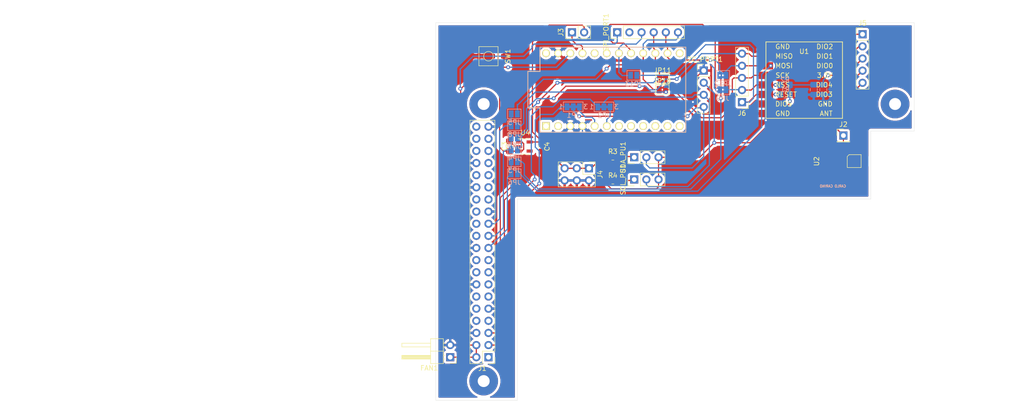
<source format=kicad_pcb>
(kicad_pcb (version 20171130) (host pcbnew "(5.1.10)-1")
  (layers (0 F.Cu signal) (31 B.Cu signal) (34 B.Paste user) (35 F.Paste user) (36 B.SilkS user) (37 F.SilkS user) (38 B.Mask user) (39 F.Mask user) (44 Edge.Cuts user))
  (net 0 "")
  (net 1 GND)
  (net 2 3.3V)
  (net 3 5V)
  (net 4 "Net-(H1-Pad1)")
  (net 5 "Net-(H2-Pad1)")
  (net 6 "Net-(H3-Pad1)")
  (net 7 /SDA)
  (net 8 /SCL)
  (net 9 /GPIO21)
  (net 10 /GPIO20)
  (net 11 /GPIO26)
  (net 12 /GPIO16)
  (net 13 /GPIO19)
  (net 14 /GPIO13)
  (net 15 /GPIO12)
  (net 16 /GPIO6)
  (net 17 /GPIO5)
  (net 18 /GPIO1)
  (net 19 /GPIO0)
  (net 20 /GPIO7)
  (net 21 /GPIO8)
  (net 22 /PI_SCK)
  (net 23 /GPIO25)
  (net 24 /PI_MISO)
  (net 25 /PI_MOSI)
  (net 26 /GPIO24)
  (net 27 /PI_3.3V)
  (net 28 /GPIO23)
  (net 29 /GPIO22)
  (net 30 /GPIO27)
  (net 31 /GPIO18)
  (net 32 /GPIO17)
  (net 33 /GPIO15)
  (net 34 /GPIO14)
  (net 35 /GPIO4)
  (net 36 /PI_SCL)
  (net 37 /PI_SDA)
  (net 38 "Net-(J2-Pad1)")
  (net 39 /MCU_3.3V)
  (net 40 /DIO3)
  (net 41 /DIO4)
  (net 42 /DIO0)
  (net 43 /DIO1)
  (net 44 /DIO2)
  (net 45 /RFM_MISO)
  (net 46 /RFM_MOSI)
  (net 47 /RFM_SCK)
  (net 48 /RFM_CS)
  (net 49 /RFM_RST)
  (net 50 /MCU_SDA)
  (net 51 /MCU_SCL)
  (net 52 /MCU_MOSI)
  (net 53 /MCU_MISO)
  (net 54 /MCU_SCK)
  (net 55 /MCU_CS)
  (net 56 /OPT_RST)
  (net 57 "Net-(R3-Pad2)")
  (net 58 "Net-(R4-Pad2)")
  (net 59 /SPI_PORT_RST)
  (net 60 "Net-(SW1-Pad1)")
  (net 61 /DIO5)
  (net 62 "Net-(U3-Pad24)")
  (net 63 "Net-(U3-Pad20)")
  (net 64 "Net-(U3-Pad19)")
  (net 65 "Net-(U3-Pad13)")
  (net 66 "Net-(U3-Pad12)")
  (net 67 "Net-(U3-Pad11)")
  (net 68 "Net-(U3-Pad10)")
  (net 69 "Net-(U3-Pad9)")
  (net 70 "Net-(U3-Pad8)")
  (net 71 "Net-(U3-Pad7)")
  (net 72 "Net-(U3-Pad2)")
  (net 73 "Net-(U3-Pad1)")
  (net 74 "Net-(U4-Pad4)")
  (module solderjumper:SolderJumper-3_P1.3mm_Bridged12_Pad1.0x1.5mm_NumberLabels (layer B.Cu) (at 125.14 77.6)
    (fp_text reference JP2 (at 0 1.8) (layer B.SilkS) (effects (justify mirror)))
    (fp_text value SolderJumper_3_Bridged123)
    (fp_poly (pts (xy 0.4 0.3) (xy 0.9 0.3) (xy 0.9 -0.3) (xy 0.4 -0.3)) (layer B.Cu) (width 0))
    (fp_poly (pts (xy -0.9 0.3) (xy -0.4 0.3) (xy -0.4 -0.3) (xy -0.9 -0.3)) (layer B.Cu) (width 0))
    (fp_text user 3 (at 2.6 0) (layer B.SilkS) (effects (justify mirror)))
    (fp_text user 1 (at -2.6 0) (layer B.SilkS) (effects (justify mirror)))
    (pad 1 smd rect (at -1.3 0) (size 1 1.5) (layers B.Cu B.Mask) (net 36 /PI_SCL))
    (pad 3 smd rect (at 1.3 0) (size 1 1.5) (layers B.Cu B.Mask) (net 51 /MCU_SCL))
    (pad 2 smd rect (at 0 0) (size 1 1.5) (layers B.Cu B.Mask) (net 8 /SCL))
  )
  (module solderjumper:SolderJumper-3_P1.3mm_Bridged12_Pad1.0x1.5mm_NumberLabels (layer B.Cu) (at 118.72 77.58)
    (fp_text reference JP1 (at 0 1.8) (layer B.SilkS) (effects (justify mirror)))
    (fp_text value SolderJumper_3_Bridged123)
    (fp_poly (pts (xy 0.4 0.3) (xy 0.9 0.3) (xy 0.9 -0.3) (xy 0.4 -0.3)) (layer B.Cu) (width 0))
    (fp_poly (pts (xy -0.9 0.3) (xy -0.4 0.3) (xy -0.4 -0.3) (xy -0.9 -0.3)) (layer B.Cu) (width 0))
    (fp_text user 3 (at 2.6 0) (layer B.SilkS) (effects (justify mirror)))
    (fp_text user 1 (at -2.6 0) (layer B.SilkS) (effects (justify mirror)))
    (pad 1 smd rect (at -1.3 0) (size 1 1.5) (layers B.Cu B.Mask) (net 37 /PI_SDA))
    (pad 3 smd rect (at 1.3 0) (size 1 1.5) (layers B.Cu B.Mask) (net 50 /MCU_SDA))
    (pad 2 smd rect (at 0 0) (size 1 1.5) (layers B.Cu B.Mask) (net 7 /SDA))
  )
  (module button:smd_tact_switch (layer F.Cu) (at 101 67 270)
    (fp_text reference SW1 (at 0 -4.05 90) (layer F.SilkS))
    (fp_text value SW_Push)
    (pad 1 smd rect (at 2 -2 270) (size 2 1.524) (layers F.Cu F.Paste F.Mask) (net 60 "Net-(SW1-Pad1)"))
    (pad 2 smd rect (at 2 2 270) (size 2 1.524) (layers F.Cu F.Paste F.Mask) (net 1 GND))
    (pad 2 smd rect (at -2 2 270) (size 2 1.524) (layers F.Cu F.Paste F.Mask) (net 1 GND))
    (pad 1 smd rect (at -2 -2 270) (size 2 1.524) (layers F.Cu F.Paste F.Mask) (net 60 "Net-(SW1-Pad1)"))
  )
  (module HopeRF:RFM95-Headers (layer F.Cu) (at 167 65)
    (fp_text reference U1 (at 0 1) (layer F.SilkS))
    (fp_text value RFM95)
    (fp_text user GND (at 4.4 12) (layer F.SilkS))
    (fp_text user DIO3 (at 4.2 10) (layer F.SilkS))
    (fp_text user DIO4 (at 4.2 8) (layer F.SilkS))
    (fp_text user 3.3V (at 4.3 6) (layer F.SilkS))
    (fp_text user DIO0 (at 4.3 4) (layer F.SilkS))
    (fp_text user DIO1 (at 4.3 2) (layer F.SilkS))
    (fp_text user DIO2 (at 4.3 0) (layer F.SilkS))
    (fp_text user GND (at -4.5 14) (layer F.SilkS))
    (fp_text user DIO5 (at -4.3 12) (layer F.SilkS))
    (fp_text user RESET (at -3.8 10) (layer F.SilkS))
    (fp_text user NSS (at -4.5 8) (layer F.SilkS))
    (fp_text user SCK (at -4.5 6) (layer F.SilkS))
    (fp_text user MOSI (at -4.2 4) (layer F.SilkS))
    (fp_text user MISO (at -4.2 2) (layer F.SilkS))
    (fp_text user ANT (at 4.6 14) (layer F.SilkS))
    (fp_text user GND (at -4.5 0) (layer F.SilkS))
    (pad 9 smd rect (at 7 14) (size 3 1.524) (drill (offset 1 0)) (layers F.Cu F.Paste F.Mask) (net 38 "Net-(J2-Pad1)"))
    (pad 10 smd rect (at 7 12) (size 3 1.524) (drill (offset 1 0)) (layers F.Cu F.Paste F.Mask) (net 1 GND))
    (pad 11 smd rect (at 7 10) (size 3 1.524) (drill (offset 1 0)) (layers F.Cu F.Paste F.Mask) (net 40 /DIO3))
    (pad 12 smd rect (at 7 8) (size 3 1.524) (drill (offset 1 0)) (layers F.Cu F.Paste F.Mask) (net 41 /DIO4))
    (pad 13 smd rect (at 7 6) (size 3 1.524) (drill (offset 1 0)) (layers F.Cu F.Paste F.Mask) (net 2 3.3V))
    (pad 14 smd rect (at 7 4) (size 3 1.524) (drill (offset 1 0)) (layers F.Cu F.Paste F.Mask) (net 42 /DIO0))
    (pad 15 smd rect (at 7 2) (size 3 1.524) (drill (offset 1 0)) (layers F.Cu F.Paste F.Mask) (net 43 /DIO1))
    (pad 16 smd rect (at 7 0) (size 3 1.524) (drill (offset 1 0)) (layers F.Cu F.Paste F.Mask) (net 44 /DIO2))
    (pad 8 smd rect (at -7 14 180) (size 3 1.524) (drill (offset 1 0)) (layers F.Cu F.Paste F.Mask) (net 1 GND))
    (pad 7 smd rect (at -7 12 180) (size 3 1.524) (drill (offset 1 0)) (layers F.Cu F.Paste F.Mask) (net 61 /DIO5))
    (pad 6 connect rect (at -7 10 180) (size 3 1.524) (drill (offset 1 0)) (layers F.Cu F.Mask) (net 49 /RFM_RST))
    (pad 5 smd rect (at -7 8 180) (size 3 1.524) (drill (offset 1 0)) (layers F.Cu F.Paste F.Mask) (net 48 /RFM_CS))
    (pad 4 smd rect (at -7 6 180) (size 3 1.524) (drill (offset 1 0)) (layers F.Cu F.Paste F.Mask) (net 47 /RFM_SCK))
    (pad 3 smd rect (at -7 4 180) (size 3 1.524) (drill (offset 1 0)) (layers F.Cu F.Paste F.Mask) (net 46 /RFM_MOSI))
    (pad 2 smd rect (at -7 2 180) (size 3 1.524) (drill (offset 1 0)) (layers F.Cu F.Paste F.Mask) (net 45 /RFM_MISO))
    (pad 1 smd rect (at -7 0 180) (size 3 1.524) (drill (offset 1 0)) (layers F.Cu F.Paste F.Mask) (net 1 GND))
  )
  (module promicro_library:ProMicro (layer F.Cu) (at 127 74)
    (fp_text reference U3 hide)
    (fp_text value ProMicro)
    (pad 24 thru_hole circle (at -13.97 -7.62) (size 1.6 1.6) (drill 1.1) (layers *.Cu *.Mask F.SilkS) (net 62 "Net-(U3-Pad24)"))
    (pad 23 thru_hole circle (at -11.43 -7.62) (size 1.6 1.6) (drill 1.1) (layers *.Cu *.Mask F.SilkS) (net 1 GND))
    (pad 22 thru_hole circle (at -8.89 -7.62) (size 1.6 1.6) (drill 1.1) (layers *.Cu *.Mask F.SilkS) (net 60 "Net-(SW1-Pad1)"))
    (pad 21 thru_hole circle (at -6.35 -7.62) (size 1.6 1.6) (drill 1.1) (layers *.Cu *.Mask F.SilkS) (net 39 /MCU_3.3V))
    (pad 20 thru_hole circle (at -3.81 -7.62) (size 1.6 1.6) (drill 1.1) (layers *.Cu *.Mask F.SilkS) (net 63 "Net-(U3-Pad20)"))
    (pad 19 thru_hole circle (at -1.27 -7.62) (size 1.6 1.6) (drill 1.1) (layers *.Cu *.Mask F.SilkS) (net 64 "Net-(U3-Pad19)"))
    (pad 18 thru_hole circle (at 1.27 -7.62) (size 1.6 1.6) (drill 1.1) (layers *.Cu *.Mask F.SilkS) (net 56 /OPT_RST))
    (pad 17 thru_hole circle (at 3.81 -7.62) (size 1.6 1.6) (drill 1.1) (layers *.Cu *.Mask F.SilkS) (net 55 /MCU_CS))
    (pad 16 thru_hole circle (at 6.35 -7.62) (size 1.6 1.6) (drill 1.1) (layers *.Cu *.Mask F.SilkS) (net 54 /MCU_SCK))
    (pad 15 thru_hole circle (at 8.89 -7.62) (size 1.6 1.6) (drill 1.1) (layers *.Cu *.Mask F.SilkS) (net 53 /MCU_MISO))
    (pad 14 thru_hole circle (at 11.43 -7.62) (size 1.6 1.6) (drill 1.1) (layers *.Cu *.Mask F.SilkS) (net 52 /MCU_MOSI))
    (pad 13 thru_hole circle (at 13.97 -7.62) (size 1.6 1.6) (drill 1.1) (layers *.Cu *.Mask F.SilkS) (net 65 "Net-(U3-Pad13)"))
    (pad 12 thru_hole circle (at 13.97 7.62) (size 1.6 1.6) (drill 1.1) (layers *.Cu *.Mask F.SilkS) (net 66 "Net-(U3-Pad12)"))
    (pad 11 thru_hole circle (at 11.43 7.62) (size 1.6 1.6) (drill 1.1) (layers *.Cu *.Mask F.SilkS) (net 67 "Net-(U3-Pad11)"))
    (pad 10 thru_hole circle (at 8.89 7.62) (size 1.6 1.6) (drill 1.1) (layers *.Cu *.Mask F.SilkS) (net 68 "Net-(U3-Pad10)"))
    (pad 9 thru_hole circle (at 6.35 7.62) (size 1.6 1.6) (drill 1.1) (layers *.Cu *.Mask F.SilkS) (net 69 "Net-(U3-Pad9)"))
    (pad 8 thru_hole circle (at 3.81 7.62) (size 1.6 1.6) (drill 1.1) (layers *.Cu *.Mask F.SilkS) (net 70 "Net-(U3-Pad8)"))
    (pad 7 thru_hole circle (at 1.27 7.62) (size 1.6 1.6) (drill 1.1) (layers *.Cu *.Mask F.SilkS) (net 71 "Net-(U3-Pad7)"))
    (pad 6 thru_hole circle (at -1.27 7.62) (size 1.6 1.6) (drill 1.1) (layers *.Cu *.Mask F.SilkS) (net 51 /MCU_SCL))
    (pad 5 thru_hole circle (at -3.81 7.62) (size 1.6 1.6) (drill 1.1) (layers *.Cu *.Mask F.SilkS) (net 50 /MCU_SDA))
    (pad 4 thru_hole circle (at -6.35 7.62) (size 1.6 1.6) (drill 1.1) (layers *.Cu *.Mask F.SilkS) (net 1 GND))
    (pad 3 thru_hole circle (at -8.89 7.62) (size 1.6 1.6) (drill 1.1) (layers *.Cu *.Mask F.SilkS) (net 1 GND))
    (pad 2 thru_hole circle (at -11.43 7.62) (size 1.6 1.6) (drill 1.1) (layers *.Cu *.Mask F.SilkS) (net 72 "Net-(U3-Pad2)"))
    (pad 1 thru_hole rect (at -13.97 7.62) (size 1.6 1.6) (drill 1.1) (layers *.Cu *.Mask F.SilkS) (net 73 "Net-(U3-Pad1)"))
  )
  (module Capacitor_SMD:C_0805_2012Metric_Pad1.18x1.45mm_HandSolder (layer F.Cu) (at 112.2 85.9 270)
    (fp_text reference C4 (at 0 -1.05 90) (layer F.SilkS))
    (fp_text value 10u)
    (pad 2 smd roundrect (at 1.0375 0 270) (size 1.175 1.45) (layers F.Cu F.Paste F.Mask) (roundrect_rratio 0.2127659574468085) (net 1 GND))
    (pad 1 smd roundrect (at -1.0375 0 270) (size 1.175 1.45) (layers F.Cu F.Paste F.Mask) (roundrect_rratio 0.2127659574468085) (net 2 3.3V))
  )
  (module Capacitor_SMD:C_0805_2012Metric_Pad1.18x1.45mm_HandSolder (layer F.Cu) (at 105.4 85.8375 90)
    (fp_text reference C3 (at 0 -1.05 90) (layer F.SilkS))
    (fp_text value 10u)
    (pad 2 smd roundrect (at 1.0375 0 90) (size 1.175 1.45) (layers F.Cu F.Paste F.Mask) (roundrect_rratio 0.2127659574468085) (net 1 GND))
    (pad 1 smd roundrect (at -1.0375 0 90) (size 1.175 1.45) (layers F.Cu F.Paste F.Mask) (roundrect_rratio 0.2127659574468085) (net 3 5V))
  )
  (module Capacitor_SMD:C_0805_2012Metric_Pad1.18x1.45mm_HandSolder (layer B.Cu) (at 169 74 270)
    (fp_text reference C2 hide)
    (fp_text value 0.1u)
    (pad 2 smd roundrect (at 1.0375 0 270) (size 1.175 1.45) (layers B.Cu B.Paste B.Mask) (roundrect_rratio 0.2127659574468085) (net 1 GND))
    (pad 1 smd roundrect (at -1.0375 0 270) (size 1.175 1.45) (layers B.Cu B.Paste B.Mask) (roundrect_rratio 0.2127659574468085) (net 2 3.3V))
  )
  (module Capacitor_SMD:C_0805_2012Metric_Pad1.18x1.45mm_HandSolder (layer B.Cu) (at 171 74 270)
    (fp_text reference C1 hide)
    (fp_text value 10u)
    (pad 2 smd roundrect (at 1.0375 0 270) (size 1.175 1.45) (layers B.Cu B.Paste B.Mask) (roundrect_rratio 0.2127659574468085) (net 1 GND))
    (pad 1 smd roundrect (at -1.0375 0 270) (size 1.175 1.45) (layers B.Cu B.Paste B.Mask) (roundrect_rratio 0.2127659574468085) (net 2 3.3V))
  )
  (module Resistor_SMD:R_0805_2012Metric_Pad1.20x1.40mm_HandSolder (layer B.Cu) (at 163 75 180)
    (fp_text reference R1 (at 0 1.05) (layer B.SilkS) (effects (justify mirror)))
    (fp_text value 10k)
    (pad 2 smd roundrect (at 1 0 180) (size 1.2 1.4) (layers B.Cu B.Paste B.Mask) (roundrect_rratio 0.2083325) (net 49 /RFM_RST))
    (pad 1 smd roundrect (at -1 0 180) (size 1.2 1.4) (layers B.Cu B.Paste B.Mask) (roundrect_rratio 0.2083325) (net 2 3.3V))
  )
  (module Resistor_SMD:R_0805_2012Metric_Pad1.20x1.40mm_HandSolder (layer B.Cu) (at 163 73 180)
    (fp_text reference R2 (at 0 1.05) (layer B.SilkS) (effects (justify mirror)))
    (fp_text value 10k)
    (pad 2 smd roundrect (at 1 0 180) (size 1.2 1.4) (layers B.Cu B.Paste B.Mask) (roundrect_rratio 0.2083325) (net 48 /RFM_CS))
    (pad 1 smd roundrect (at -1 0 180) (size 1.2 1.4) (layers B.Cu B.Paste B.Mask) (roundrect_rratio 0.2083325) (net 2 3.3V))
  )
  (module Resistor_SMD:R_0805_2012Metric_Pad1.20x1.40mm_HandSolder (layer F.Cu) (at 127 88)
    (fp_text reference R3 (at 0 -1.05) (layer F.SilkS))
    (fp_text value 4.7k)
    (pad 2 smd roundrect (at 1 0) (size 1.2 1.4) (layers F.Cu F.Paste F.Mask) (roundrect_rratio 0.2083325) (net 57 "Net-(R3-Pad2)"))
    (pad 1 smd roundrect (at -1 0) (size 1.2 1.4) (layers F.Cu F.Paste F.Mask) (roundrect_rratio 0.2083325) (net 2 3.3V))
  )
  (module Resistor_SMD:R_0805_2012Metric_Pad1.20x1.40mm_HandSolder (layer F.Cu) (at 127 93)
    (fp_text reference R4 (at 0 -1.05) (layer F.SilkS))
    (fp_text value 4.7k)
    (pad 2 smd roundrect (at 1 0) (size 1.2 1.4) (layers F.Cu F.Paste F.Mask) (roundrect_rratio 0.2083325) (net 58 "Net-(R4-Pad2)"))
    (pad 1 smd roundrect (at -1 0) (size 1.2 1.4) (layers F.Cu F.Paste F.Mask) (roundrect_rratio 0.2083325) (net 2 3.3V))
  )
  (module mounting:jetson_nano_mounting (layer F.Cu) (at 205.724999 133.394999)
    (fp_text reference H3 hide)
    (fp_text value MountingHole_Pad)
    (pad 1 thru_hole circle (at -19.724999 -56.394999) (size 6 6) (drill 2.5) (layers *.Cu *.Mask) (net 6 "Net-(H3-Pad1)"))
  )
  (module Package_TO_SOT_SMD:SOT-23-5 (layer F.Cu) (at 108.7 85.9)
    (fp_text reference U4 (at 0 -2.9) (layer F.SilkS))
    (fp_text value AP2112K-3.3)
    (pad 5 smd rect (at 0.9 -0.95) (size 1.26 0.65) (layers F.Cu F.Paste F.Mask) (net 2 3.3V))
    (pad 4 smd rect (at 0.9 0.95) (size 1.26 0.65) (layers F.Cu F.Paste F.Mask) (net 74 "Net-(U4-Pad4)"))
    (pad 3 smd rect (at -1.3 0.95) (size 1.26 0.65) (layers F.Cu F.Paste F.Mask) (net 3 5V))
    (pad 2 smd rect (at -1.3 0) (size 1.26 0.65) (layers F.Cu F.Paste F.Mask) (net 1 GND))
    (pad 1 smd rect (at -1.3 -0.95) (size 1.26 0.65) (layers F.Cu F.Paste F.Mask) (net 3 5V))
  )
  (module antenna:uFLSMA (layer F.Cu) (at 177.6 89 90)
    (fp_text reference U2 (at 0 -8 90) (layer F.SilkS))
    (fp_text value uFL-SMA)
    (pad 4 smd rect (at -1.2 0 90) (size 1.55 2.2) (drill (offset -0.525 0)) (layers F.Cu F.Paste F.Mask) (net 1 GND))
    (pad 3 smd rect (at 0 1.35 90) (size 1 1.5) (drill (offset 0 0.5)) (layers F.Cu F.Paste F.Mask) (net 1 GND))
    (pad 2 smd rect (at 1.2 0 90) (size 1.55 2.2) (drill (offset 0.525 0)) (layers F.Cu F.Paste F.Mask) (net 1 GND))
    (pad 1 smd rect (at 0 -1 90) (size 1 1.5) (drill (offset 0 -0.75)) (layers F.Cu F.Paste F.Mask) (net 38 "Net-(J2-Pad1)"))
  )
  (module Connector_PinHeader_2.54mm:PinHeader_1x06_P2.54mm_Vertical (layer F.Cu) (at 127.92 62 90)
    (fp_text reference SPI_PORT1 (at 0 -2.33 90) (layer F.SilkS))
    (fp_text value Conn_01x06_Male)
    (pad 6 thru_hole oval (at 0 12.7 90) (size 1.7 1.7) (drill 1) (layers *.Cu *.Mask) (net 54 /MCU_SCK))
    (pad 5 thru_hole oval (at 0 10.16 90) (size 1.7 1.7) (drill 1) (layers *.Cu *.Mask) (net 52 /MCU_MOSI))
    (pad 4 thru_hole oval (at 0 7.62 90) (size 1.7 1.7) (drill 1) (layers *.Cu *.Mask) (net 53 /MCU_MISO))
    (pad 3 thru_hole oval (at 0 5.08 90) (size 1.7 1.7) (drill 1) (layers *.Cu *.Mask) (net 56 /OPT_RST))
    (pad 2 thru_hole oval (at 0 2.54 90) (size 1.7 1.7) (drill 1) (layers *.Cu *.Mask) (net 59 /SPI_PORT_RST))
    (pad 1 thru_hole rect (at 0 0 90) (size 1.7 1.7) (drill 1) (layers *.Cu *.Mask) (net 3 5V))
  )
  (module Connector_PinHeader_2.54mm:PinHeader_1x03_P2.54mm_Vertical (layer F.Cu) (at 131.47 88.15 90)
    (fp_text reference SDA_PU1 (at 0 -2.33 90) (layer F.SilkS))
    (fp_text value Conn_01x03_Male)
    (pad 3 thru_hole oval (at 0 5.08 90) (size 1.7 1.7) (drill 1) (layers *.Cu *.Mask) (net 2 3.3V))
    (pad 2 thru_hole oval (at 0 2.54 90) (size 1.7 1.7) (drill 1) (layers *.Cu *.Mask) (net 7 /SDA))
    (pad 1 thru_hole rect (at 0 0 90) (size 1.7 1.7) (drill 1) (layers *.Cu *.Mask) (net 57 "Net-(R3-Pad2)"))
  )
  (module Connector_PinHeader_2.54mm:PinHeader_1x03_P2.54mm_Vertical (layer F.Cu) (at 131.47 92.8 90)
    (fp_text reference SCL_PU1 (at 0 -2.33 90) (layer F.SilkS))
    (fp_text value Conn_01x03_Male)
    (pad 3 thru_hole oval (at 0 5.08 90) (size 1.7 1.7) (drill 1) (layers *.Cu *.Mask) (net 2 3.3V))
    (pad 2 thru_hole oval (at 0 2.54 90) (size 1.7 1.7) (drill 1) (layers *.Cu *.Mask) (net 8 /SCL))
    (pad 1 thru_hole rect (at 0 0 90) (size 1.7 1.7) (drill 1) (layers *.Cu *.Mask) (net 58 "Net-(R4-Pad2)"))
  )
  (module Jumper:SolderJumper-2_P1.3mm_Open_Pad1.0x1.5mm (layer B.Cu) (at 131.35 71)
    (fp_text reference JP13 (at 0 1.8) (layer B.SilkS) (effects (justify mirror)))
    (fp_text value SolderJumper_2_Open)
    (pad 1 smd rect (at -0.65 0) (size 1 1.5) (layers B.Cu B.Mask) (net 56 /OPT_RST))
    (pad 2 smd rect (at 0.65 0) (size 1 1.5) (layers B.Cu B.Mask) (net 49 /RFM_RST))
  )
  (module Jumper:SolderJumper-2_P1.3mm_Bridged2Bar_Pad1.0x1.5mm (layer B.Cu) (at 150 71)
    (fp_text reference JP12 (at 0 1.8) (layer B.SilkS) (effects (justify mirror)))
    (fp_text value SolderJumper_2_Bridged)
    (fp_poly (pts (xy -0.25 -0.2) (xy 0.25 -0.2) (xy 0.25 -0.6) (xy -0.25 -0.6)) (layer B.Cu) (width 0))
    (fp_poly (pts (xy -0.25 0.6) (xy 0.25 0.6) (xy 0.25 0.2) (xy -0.25 0.2)) (layer B.Cu) (width 0))
    (pad 2 smd rect (at 0.65 0) (size 1 1.5) (layers B.Cu B.Mask) (net 46 /RFM_MOSI))
    (pad 1 smd rect (at -0.65 0) (size 1 1.5) (layers B.Cu B.Mask) (net 52 /MCU_MOSI))
  )
  (module Jumper:SolderJumper-2_P1.3mm_Bridged2Bar_Pad1.0x1.5mm (layer F.Cu) (at 137.4 71.77)
    (fp_text reference JP11 (at 0 -1.8) (layer F.SilkS))
    (fp_text value SolderJumper_2_Bridged)
    (fp_poly (pts (xy -0.25 0.2) (xy 0.25 0.2) (xy 0.25 0.6) (xy -0.25 0.6)) (layer F.Cu) (width 0))
    (fp_poly (pts (xy -0.25 -0.6) (xy 0.25 -0.6) (xy 0.25 -0.2) (xy -0.25 -0.2)) (layer F.Cu) (width 0))
    (pad 2 smd rect (at 0.65 0) (size 1 1.5) (layers F.Cu F.Mask) (net 45 /RFM_MISO))
    (pad 1 smd rect (at -0.65 0) (size 1 1.5) (layers F.Cu F.Mask) (net 53 /MCU_MISO))
  )
  (module Jumper:SolderJumper-2_P1.3mm_Bridged2Bar_Pad1.0x1.5mm (layer F.Cu) (at 137.35 74)
    (fp_text reference JP10 (at 0 -1.8) (layer F.SilkS))
    (fp_text value SolderJumper_2_Bridged)
    (fp_poly (pts (xy -0.25 0.2) (xy 0.25 0.2) (xy 0.25 0.6) (xy -0.25 0.6)) (layer F.Cu) (width 0))
    (fp_poly (pts (xy -0.25 -0.6) (xy 0.25 -0.6) (xy 0.25 -0.2) (xy -0.25 -0.2)) (layer F.Cu) (width 0))
    (pad 2 smd rect (at 0.65 0) (size 1 1.5) (layers F.Cu F.Mask) (net 47 /RFM_SCK))
    (pad 1 smd rect (at -0.65 0) (size 1 1.5) (layers F.Cu F.Mask) (net 54 /MCU_SCK))
  )
  (module Jumper:SolderJumper-2_P1.3mm_Bridged2Bar_Pad1.0x1.5mm (layer B.Cu) (at 150 74)
    (fp_text reference JP9 (at 0 1.8) (layer B.SilkS) (effects (justify mirror)))
    (fp_text value SolderJumper_2_Bridged)
    (fp_poly (pts (xy -0.25 -0.2) (xy 0.25 -0.2) (xy 0.25 -0.6) (xy -0.25 -0.6)) (layer B.Cu) (width 0))
    (fp_poly (pts (xy -0.25 0.6) (xy 0.25 0.6) (xy 0.25 0.2) (xy -0.25 0.2)) (layer B.Cu) (width 0))
    (pad 2 smd rect (at 0.65 0) (size 1 1.5) (layers B.Cu B.Mask) (net 48 /RFM_CS))
    (pad 1 smd rect (at -0.65 0) (size 1 1.5) (layers B.Cu B.Mask) (net 55 /MCU_CS))
  )
  (module Jumper:SolderJumper-2_P1.3mm_Open_Pad1.0x1.5mm (layer B.Cu) (at 106.39 81.57)
    (fp_text reference JP8 (at 0 1.8) (layer B.SilkS) (effects (justify mirror)))
    (fp_text value SolderJumper_2_Open)
    (pad 1 smd rect (at -0.65 0) (size 1 1.5) (layers B.Cu B.Mask) (net 22 /PI_SCK))
    (pad 2 smd rect (at 0.65 0) (size 1 1.5) (layers B.Cu B.Mask) (net 47 /RFM_SCK))
  )
  (module Jumper:SolderJumper-2_P1.3mm_Open_Pad1.0x1.5mm (layer B.Cu) (at 106.4 84.08)
    (fp_text reference JP7 (at 0 1.8) (layer B.SilkS) (effects (justify mirror)))
    (fp_text value SolderJumper_2_Open)
    (pad 1 smd rect (at -0.65 0) (size 1 1.5) (layers B.Cu B.Mask) (net 24 /PI_MISO))
    (pad 2 smd rect (at 0.65 0) (size 1 1.5) (layers B.Cu B.Mask) (net 45 /RFM_MISO))
  )
  (module Jumper:SolderJumper-2_P1.3mm_Open_Pad1.0x1.5mm (layer B.Cu) (at 106.4 91.6)
    (fp_text reference JP6 (at 0 1.8) (layer B.SilkS) (effects (justify mirror)))
    (fp_text value SolderJumper_2_Open)
    (pad 1 smd rect (at -0.65 0) (size 1 1.5) (layers B.Cu B.Mask) (net 25 /PI_MOSI))
    (pad 2 smd rect (at 0.65 0) (size 1 1.5) (layers B.Cu B.Mask) (net 46 /RFM_MOSI))
  )
  (module Jumper:SolderJumper-2_P1.3mm_Open_Pad1.0x1.5mm (layer B.Cu) (at 106.4 79.07)
    (fp_text reference JP5 (at 0 1.8) (layer B.SilkS) (effects (justify mirror)))
    (fp_text value SolderJumper_2_Open)
    (pad 1 smd rect (at -0.65 0) (size 1 1.5) (layers B.Cu B.Mask) (net 22 /PI_SCK))
    (pad 2 smd rect (at 0.65 0) (size 1 1.5) (layers B.Cu B.Mask) (net 54 /MCU_SCK))
  )
  (module Jumper:SolderJumper-2_P1.3mm_Open_Pad1.0x1.5mm (layer B.Cu) (at 106.4 86.59)
    (fp_text reference JP4 (at 0 1.8) (layer B.SilkS) (effects (justify mirror)))
    (fp_text value SolderJumper_2_Open)
    (pad 1 smd rect (at -0.65 0) (size 1 1.5) (layers B.Cu B.Mask) (net 24 /PI_MISO))
    (pad 2 smd rect (at 0.65 0) (size 1 1.5) (layers B.Cu B.Mask) (net 53 /MCU_MISO))
  )
  (module Jumper:SolderJumper-2_P1.3mm_Open_Pad1.0x1.5mm (layer B.Cu) (at 106.4 89.09)
    (fp_text reference JP3 (at 0 1.8) (layer B.SilkS) (effects (justify mirror)))
    (fp_text value SolderJumper_2_Open)
    (pad 1 smd rect (at -0.65 0) (size 1 1.5) (layers B.Cu B.Mask) (net 25 /PI_MOSI))
    (pad 2 smd rect (at 0.65 0) (size 1 1.5) (layers B.Cu B.Mask) (net 52 /MCU_MOSI))
  )
  (module Connector_PinHeader_2.54mm:PinHeader_1x05_P2.54mm_Vertical (layer F.Cu) (at 154 76.62 180)
    (fp_text reference J6 (at 0 -2.33) (layer F.SilkS))
    (fp_text value Conn_01x05_Male)
    (pad 5 thru_hole oval (at 0 10.16 180) (size 1.7 1.7) (drill 1) (layers *.Cu *.Mask) (net 45 /RFM_MISO))
    (pad 4 thru_hole oval (at 0 7.62 180) (size 1.7 1.7) (drill 1) (layers *.Cu *.Mask) (net 46 /RFM_MOSI))
    (pad 3 thru_hole oval (at 0 5.08 180) (size 1.7 1.7) (drill 1) (layers *.Cu *.Mask) (net 47 /RFM_SCK))
    (pad 2 thru_hole oval (at 0 2.54 180) (size 1.7 1.7) (drill 1) (layers *.Cu *.Mask) (net 48 /RFM_CS))
    (pad 1 thru_hole rect (at 0 0 180) (size 1.7 1.7) (drill 1) (layers *.Cu *.Mask) (net 49 /RFM_RST))
  )
  (module Connector_PinHeader_2.54mm:PinHeader_1x05_P2.54mm_Vertical (layer F.Cu) (at 179.2 62.4)
    (fp_text reference J5 (at 0 -2.33) (layer F.SilkS))
    (fp_text value Conn_01x05_Male)
    (pad 5 thru_hole oval (at 0 10.16) (size 1.7 1.7) (drill 1) (layers *.Cu *.Mask) (net 40 /DIO3))
    (pad 4 thru_hole oval (at 0 7.62) (size 1.7 1.7) (drill 1) (layers *.Cu *.Mask) (net 41 /DIO4))
    (pad 3 thru_hole oval (at 0 5.08) (size 1.7 1.7) (drill 1) (layers *.Cu *.Mask) (net 42 /DIO0))
    (pad 2 thru_hole oval (at 0 2.54) (size 1.7 1.7) (drill 1) (layers *.Cu *.Mask) (net 43 /DIO1))
    (pad 1 thru_hole rect (at 0 0) (size 1.7 1.7) (drill 1) (layers *.Cu *.Mask) (net 44 /DIO2))
  )
  (module Connector_PinHeader_2.54mm:PinHeader_2x03_P2.54mm_Vertical (layer F.Cu) (at 122 90.46 270)
    (fp_text reference J4 (at 1.27 -2.33 90) (layer F.SilkS))
    (fp_text value Conn_02x03_Odd_Even)
    (pad 6 thru_hole oval (at 2.54 5.08 270) (size 1.7 1.7) (drill 1) (layers *.Cu *.Mask) (net 1 GND))
    (pad 5 thru_hole oval (at 0 5.08 270) (size 1.7 1.7) (drill 1) (layers *.Cu *.Mask) (net 2 3.3V))
    (pad 4 thru_hole oval (at 2.54 2.54 270) (size 1.7 1.7) (drill 1) (layers *.Cu *.Mask) (net 1 GND))
    (pad 3 thru_hole oval (at 0 2.54 270) (size 1.7 1.7) (drill 1) (layers *.Cu *.Mask) (net 2 3.3V))
    (pad 2 thru_hole oval (at 2.54 0 270) (size 1.7 1.7) (drill 1) (layers *.Cu *.Mask) (net 1 GND))
    (pad 1 thru_hole rect (at 0 0 270) (size 1.7 1.7) (drill 1) (layers *.Cu *.Mask) (net 2 3.3V))
  )
  (module Connector_PinHeader_2.54mm:PinHeader_1x02_P2.54mm_Vertical (layer F.Cu) (at 118.46 62 90)
    (fp_text reference J3 (at 0 -2.33 90) (layer F.SilkS))
    (fp_text value Conn_01x02_Male)
    (pad 2 thru_hole oval (at 0 2.54 90) (size 1.7 1.7) (drill 1) (layers *.Cu *.Mask) (net 2 3.3V))
    (pad 1 thru_hole rect (at 0 0 90) (size 1.7 1.7) (drill 1) (layers *.Cu *.Mask) (net 39 /MCU_3.3V))
  )
  (module Connector_PinHeader_2.54mm:PinHeader_1x01_P2.54mm_Vertical (layer F.Cu) (at 175.2 83.6)
    (fp_text reference J2 (at 0 -2.33) (layer F.SilkS))
    (fp_text value Conn_01x01_Male)
    (pad 1 thru_hole rect (at 0 0) (size 1.7 1.7) (drill 1) (layers *.Cu *.Mask) (net 38 "Net-(J2-Pad1)"))
  )
  (module Connector_PinHeader_2.54mm:PinHeader_2x20_P2.54mm_Vertical (layer F.Cu) (at 101 130 180)
    (fp_text reference J1 (at 1.27 -2.33) (layer F.SilkS))
    (fp_text value GPIO)
    (pad 40 thru_hole oval (at 2.54 48.26 180) (size 1.7 1.7) (drill 1) (layers *.Cu *.Mask) (net 9 /GPIO21))
    (pad 39 thru_hole oval (at 0 48.26 180) (size 1.7 1.7) (drill 1) (layers *.Cu *.Mask) (net 1 GND))
    (pad 38 thru_hole oval (at 2.54 45.72 180) (size 1.7 1.7) (drill 1) (layers *.Cu *.Mask) (net 10 /GPIO20))
    (pad 37 thru_hole oval (at 0 45.72 180) (size 1.7 1.7) (drill 1) (layers *.Cu *.Mask) (net 11 /GPIO26))
    (pad 36 thru_hole oval (at 2.54 43.18 180) (size 1.7 1.7) (drill 1) (layers *.Cu *.Mask) (net 12 /GPIO16))
    (pad 35 thru_hole oval (at 0 43.18 180) (size 1.7 1.7) (drill 1) (layers *.Cu *.Mask) (net 13 /GPIO19))
    (pad 34 thru_hole oval (at 2.54 40.64 180) (size 1.7 1.7) (drill 1) (layers *.Cu *.Mask) (net 1 GND))
    (pad 33 thru_hole oval (at 0 40.64 180) (size 1.7 1.7) (drill 1) (layers *.Cu *.Mask) (net 14 /GPIO13))
    (pad 32 thru_hole oval (at 2.54 38.1 180) (size 1.7 1.7) (drill 1) (layers *.Cu *.Mask) (net 15 /GPIO12))
    (pad 31 thru_hole oval (at 0 38.1 180) (size 1.7 1.7) (drill 1) (layers *.Cu *.Mask) (net 16 /GPIO6))
    (pad 30 thru_hole oval (at 2.54 35.56 180) (size 1.7 1.7) (drill 1) (layers *.Cu *.Mask) (net 1 GND))
    (pad 29 thru_hole oval (at 0 35.56 180) (size 1.7 1.7) (drill 1) (layers *.Cu *.Mask) (net 17 /GPIO5))
    (pad 28 thru_hole oval (at 2.54 33.02 180) (size 1.7 1.7) (drill 1) (layers *.Cu *.Mask) (net 18 /GPIO1))
    (pad 27 thru_hole oval (at 0 33.02 180) (size 1.7 1.7) (drill 1) (layers *.Cu *.Mask) (net 19 /GPIO0))
    (pad 26 thru_hole oval (at 2.54 30.48 180) (size 1.7 1.7) (drill 1) (layers *.Cu *.Mask) (net 20 /GPIO7))
    (pad 25 thru_hole oval (at 0 30.48 180) (size 1.7 1.7) (drill 1) (layers *.Cu *.Mask) (net 1 GND))
    (pad 24 thru_hole oval (at 2.54 27.94 180) (size 1.7 1.7) (drill 1) (layers *.Cu *.Mask) (net 21 /GPIO8))
    (pad 23 thru_hole oval (at 0 27.94 180) (size 1.7 1.7) (drill 1) (layers *.Cu *.Mask) (net 22 /PI_SCK))
    (pad 22 thru_hole oval (at 2.54 25.4 180) (size 1.7 1.7) (drill 1) (layers *.Cu *.Mask) (net 23 /GPIO25))
    (pad 21 thru_hole oval (at 0 25.4 180) (size 1.7 1.7) (drill 1) (layers *.Cu *.Mask) (net 24 /PI_MISO))
    (pad 20 thru_hole oval (at 2.54 22.86 180) (size 1.7 1.7) (drill 1) (layers *.Cu *.Mask) (net 1 GND))
    (pad 19 thru_hole oval (at 0 22.86 180) (size 1.7 1.7) (drill 1) (layers *.Cu *.Mask) (net 25 /PI_MOSI))
    (pad 18 thru_hole oval (at 2.54 20.32 180) (size 1.7 1.7) (drill 1) (layers *.Cu *.Mask) (net 26 /GPIO24))
    (pad 17 thru_hole oval (at 0 20.32 180) (size 1.7 1.7) (drill 1) (layers *.Cu *.Mask) (net 27 /PI_3.3V))
    (pad 16 thru_hole oval (at 2.54 17.78 180) (size 1.7 1.7) (drill 1) (layers *.Cu *.Mask) (net 28 /GPIO23))
    (pad 15 thru_hole oval (at 0 17.78 180) (size 1.7 1.7) (drill 1) (layers *.Cu *.Mask) (net 29 /GPIO22))
    (pad 14 thru_hole oval (at 2.54 15.24 180) (size 1.7 1.7) (drill 1) (layers *.Cu *.Mask) (net 1 GND))
    (pad 13 thru_hole oval (at 0 15.24 180) (size 1.7 1.7) (drill 1) (layers *.Cu *.Mask) (net 30 /GPIO27))
    (pad 12 thru_hole oval (at 2.54 12.7 180) (size 1.7 1.7) (drill 1) (layers *.Cu *.Mask) (net 31 /GPIO18))
    (pad 11 thru_hole oval (at 0 12.7 180) (size 1.7 1.7) (drill 1) (layers *.Cu *.Mask) (net 32 /GPIO17))
    (pad 10 thru_hole oval (at 2.54 10.16 180) (size 1.7 1.7) (drill 1) (layers *.Cu *.Mask) (net 33 /GPIO15))
    (pad 9 thru_hole oval (at 0 10.16 180) (size 1.7 1.7) (drill 1) (layers *.Cu *.Mask) (net 1 GND))
    (pad 8 thru_hole oval (at 2.54 7.62 180) (size 1.7 1.7) (drill 1) (layers *.Cu *.Mask) (net 34 /GPIO14))
    (pad 7 thru_hole oval (at 0 7.62 180) (size 1.7 1.7) (drill 1) (layers *.Cu *.Mask) (net 35 /GPIO4))
    (pad 6 thru_hole oval (at 2.54 5.08 180) (size 1.7 1.7) (drill 1) (layers *.Cu *.Mask) (net 1 GND))
    (pad 5 thru_hole oval (at 0 5.08 180) (size 1.7 1.7) (drill 1) (layers *.Cu *.Mask) (net 36 /PI_SCL))
    (pad 4 thru_hole oval (at 2.54 2.54 180) (size 1.7 1.7) (drill 1) (layers *.Cu *.Mask) (net 3 5V))
    (pad 3 thru_hole oval (at 0 2.54 180) (size 1.7 1.7) (drill 1) (layers *.Cu *.Mask) (net 37 /PI_SDA))
    (pad 2 thru_hole oval (at 2.54 0 180) (size 1.7 1.7) (drill 1) (layers *.Cu *.Mask) (net 3 5V))
    (pad 1 thru_hole rect (at 0 0 180) (size 1.7 1.7) (drill 1) (layers *.Cu *.Mask) (net 27 /PI_3.3V))
  )
  (module Connector_PinHeader_2.54mm:PinHeader_1x04_P2.54mm_Vertical (layer F.Cu) (at 146 70)
    (fp_text reference I2C_PORT1 (at 0 -2.33) (layer F.SilkS))
    (fp_text value Conn_01x04_Male)
    (pad 4 thru_hole oval (at 0 7.62) (size 1.7 1.7) (drill 1) (layers *.Cu *.Mask) (net 7 /SDA))
    (pad 3 thru_hole oval (at 0 5.08) (size 1.7 1.7) (drill 1) (layers *.Cu *.Mask) (net 8 /SCL))
    (pad 2 thru_hole oval (at 0 2.54) (size 1.7 1.7) (drill 1) (layers *.Cu *.Mask) (net 2 3.3V))
    (pad 1 thru_hole rect (at 0 0) (size 1.7 1.7) (drill 1) (layers *.Cu *.Mask) (net 1 GND))
  )
  (module mounting:jetson_nano_mounting (layer F.Cu) (at 100 77)
    (fp_text reference H2 hide)
    (fp_text value MountingHole_Pad)
    (pad 1 thru_hole circle (at 0 0) (size 6 6) (drill 2.5) (layers *.Cu *.Mask) (net 5 "Net-(H2-Pad1)"))
  )
  (module mounting:jetson_nano_mounting (layer F.Cu) (at 212.724999 133.344999)
    (fp_text reference H1 hide)
    (fp_text value MountingHole_Pad)
    (pad 1 thru_hole circle (at -112.724999 1.655001) (size 6 6) (drill 2.5) (layers *.Cu *.Mask) (net 4 "Net-(H1-Pad1)"))
  )
  (module Connector_PinHeader_2.54mm:PinHeader_1x02_P2.54mm_Horizontal (layer F.Cu) (at 93 130 180)
    (fp_text reference FAN1 (at 4.385 -2.27) (layer F.SilkS))
    (fp_text value Conn_01x02_Male)
    (pad 2 thru_hole oval (at 0 2.54 180) (size 1.7 1.7) (drill 1) (layers *.Cu *.Mask) (net 1 GND))
    (pad 1 thru_hole rect (at 0 0 180) (size 1.7 1.7) (drill 1) (layers *.Cu *.Mask) (net 3 5V))
  )
  (gr_text "CARLO CARINO" (at 173 94.2) (layer B.SilkS) (effects (font (size 0.5 0.5) (thickness 0.125)) (justify mirror)))
  (gr_line (start 180.95 96.92) (end 107.05 96.92) (layer Edge.Cuts) (width 0.05))
  (gr_line (start 107.05 139) (end 107.05 96.92) (layer Edge.Cuts) (width 0.05))
  (gr_line (start 90 139) (end 107.05 139) (layer Edge.Cuts) (width 0.05))
  (gr_line (start 90 60) (end 90 139) (layer Edge.Cuts) (width 0.05))
  (gr_line (start 180.95 82.67) (end 180.95 96.92) (layer Edge.Cuts) (width 0.05))
  (gr_line (start 190 82.67) (end 180.95 82.67) (layer Edge.Cuts) (width 0.05))
  (gr_line (start 190 60) (end 190 82.67) (layer Edge.Cuts) (width 0.05))
  (gr_line (start 90 60) (end 190 60) (layer Edge.Cuts) (width 0.05))
  (segment (start 145.85 70) (end 143.26 72.59) (width 0.25) (layer F.Cu) (net 1))
  (segment (start 146 70) (end 145.85 70) (width 0.25) (layer F.Cu) (net 1))
  (segment (start 160 79) (end 160 79.61) (width 0.25) (layer F.Cu) (net 1))
  (via (at 143.74 76.58) (size 0.8) (drill 0.4) (layers F.Cu B.Cu) (net 1))
  (segment (start 143.26 76.1) (end 143.74 76.58) (width 0.25) (layer F.Cu) (net 1))
  (segment (start 143.26 72.59) (end 143.26 76.1) (width 0.25) (layer F.Cu) (net 1))
  (segment (start 141.884999 78.435001) (end 143.74 76.58) (width 0.25) (layer B.Cu) (net 1))
  (segment (start 142.76 81.29) (end 141.884999 80.414999) (width 0.25) (layer B.Cu) (net 1))
  (segment (start 142.76 83.29) (end 142.76 81.29) (width 0.25) (layer B.Cu) (net 1))
  (segment (start 141.86 84.19) (end 142.76 83.29) (width 0.25) (layer B.Cu) (net 1))
  (segment (start 121.66 84.19) (end 141.86 84.19) (width 0.25) (layer B.Cu) (net 1))
  (segment (start 120.65 83.18) (end 121.66 84.19) (width 0.25) (layer B.Cu) (net 1))
  (segment (start 141.884999 80.414999) (end 141.884999 78.435001) (width 0.25) (layer B.Cu) (net 1))
  (segment (start 120.65 81.62) (end 120.65 83.18) (width 0.25) (layer B.Cu) (net 1))
  (segment (start 114.4 93) (end 116.92 93) (width 0.25) (layer F.Cu) (net 1))
  (via (at 159 80.4) (size 0.8) (drill 0.4) (layers F.Cu B.Cu) (net 1))
  (segment (start 160 79.4) (end 159 80.4) (width 0.25) (layer F.Cu) (net 1))
  (segment (start 160 79) (end 160 79.4) (width 0.25) (layer F.Cu) (net 1))
  (segment (start 159 80.4) (end 159.8 81.2) (width 0.25) (layer B.Cu) (net 1))
  (segment (start 159.8 81.2) (end 161 81.2) (width 0.25) (layer B.Cu) (net 1))
  (segment (start 161 81.2) (end 167 75.2) (width 0.25) (layer B.Cu) (net 1))
  (via (at 171.5 77) (size 0.8) (drill 0.4) (layers F.Cu B.Cu) (net 1))
  (segment (start 171 76.5) (end 171.5 77) (width 0.25) (layer B.Cu) (net 1))
  (segment (start 171 75.0375) (end 171 76.5) (width 0.25) (layer B.Cu) (net 1))
  (segment (start 171.5 77) (end 174 77) (width 0.25) (layer F.Cu) (net 1))
  (segment (start 171 75.0375) (end 169 75.0375) (width 0.25) (layer B.Cu) (net 1))
  (segment (start 168.8375 75.2) (end 169 75.0375) (width 0.25) (layer B.Cu) (net 1))
  (segment (start 167 75.2) (end 168.8375 75.2) (width 0.25) (layer B.Cu) (net 1))
  (segment (start 106.5 85.9) (end 105.4 84.8) (width 0.25) (layer F.Cu) (net 1))
  (segment (start 107.4 85.9) (end 106.5 85.9) (width 0.25) (layer F.Cu) (net 1))
  (segment (start 136.55 88.15) (end 136.55 92.8) (width 0.25) (layer F.Cu) (net 2))
  (segment (start 136.55 92.8) (end 136.55 94.35) (width 0.25) (layer F.Cu) (net 2))
  (segment (start 136.55 94.35) (end 136.15 94.75) (width 0.25) (layer F.Cu) (net 2))
  (segment (start 136.15 94.75) (end 126.66 94.75) (width 0.25) (layer F.Cu) (net 2))
  (segment (start 126 94.09) (end 126 93) (width 0.25) (layer F.Cu) (net 2))
  (segment (start 126.66 94.75) (end 126 94.09) (width 0.25) (layer F.Cu) (net 2))
  (segment (start 126 93) (end 126 88) (width 0.25) (layer F.Cu) (net 2))
  (segment (start 122 90.46) (end 122.47 90.46) (width 0.25) (layer F.Cu) (net 2))
  (segment (start 124.93 88) (end 126 88) (width 0.25) (layer F.Cu) (net 2))
  (segment (start 122.47 90.46) (end 124.93 88) (width 0.25) (layer F.Cu) (net 2))
  (segment (start 122 90.46) (end 119.46 90.46) (width 0.25) (layer F.Cu) (net 2))
  (segment (start 119.46 90.46) (end 116.92 90.46) (width 0.25) (layer F.Cu) (net 2))
  (segment (start 116.92 90.46) (end 115.72 89.26) (width 0.25) (layer F.Cu) (net 2))
  (via (at 148.2 85.11) (size 0.8) (drill 0.4) (layers F.Cu B.Cu) (net 2))
  (segment (start 148.2 74.74) (end 148.2 85.11) (width 0.25) (layer B.Cu) (net 2))
  (segment (start 146 72.54) (end 148.2 74.74) (width 0.25) (layer B.Cu) (net 2))
  (segment (start 145.16 88.15) (end 136.55 88.15) (width 0.25) (layer F.Cu) (net 2))
  (segment (start 148.2 85.11) (end 145.16 88.15) (width 0.25) (layer F.Cu) (net 2))
  (segment (start 155.737002 85.11) (end 148.2 85.11) (width 0.25) (layer F.Cu) (net 2))
  (segment (start 164 76.847002) (end 155.737002 85.11) (width 0.25) (layer F.Cu) (net 2))
  (segment (start 121 62) (end 121 61.4) (width 0.25) (layer F.Cu) (net 2))
  (segment (start 169 73.0375) (end 171 73.0375) (width 0.25) (layer B.Cu) (net 2))
  (via (at 164 76.4) (size 0.8) (drill 0.4) (layers F.Cu B.Cu) (net 2))
  (segment (start 164 76.847002) (end 164 76.4) (width 0.25) (layer F.Cu) (net 2))
  (segment (start 164 76.4) (end 164 75) (width 0.25) (layer B.Cu) (net 2))
  (segment (start 164 75) (end 164 73) (width 0.25) (layer B.Cu) (net 2))
  (segment (start 168.9625 73) (end 169 73.0375) (width 0.25) (layer B.Cu) (net 2))
  (segment (start 164 73) (end 168.9625 73) (width 0.25) (layer B.Cu) (net 2))
  (via (at 172 71) (size 0.8) (drill 0.4) (layers F.Cu B.Cu) (net 2))
  (segment (start 171 72) (end 172 71) (width 0.25) (layer B.Cu) (net 2))
  (segment (start 171 72.9625) (end 171 72) (width 0.25) (layer B.Cu) (net 2))
  (segment (start 172 71) (end 174 71) (width 0.25) (layer F.Cu) (net 2))
  (segment (start 112.1125 84.95) (end 112.2 84.8625) (width 0.25) (layer F.Cu) (net 2))
  (segment (start 109.8 84.95) (end 112.1125 84.95) (width 0.25) (layer F.Cu) (net 2))
  (segment (start 112.2 84.8625) (end 114.3625 84.8625) (width 0.25) (layer F.Cu) (net 2))
  (segment (start 115.72 86.22) (end 115.72 89.26) (width 0.25) (layer F.Cu) (net 2))
  (segment (start 114.3625 84.8625) (end 115.72 86.22) (width 0.25) (layer F.Cu) (net 2))
  (segment (start 112.2 84.8625) (end 110.2 82.8625) (width 0.25) (layer F.Cu) (net 2))
  (segment (start 110.2 64) (end 113.7 60.5) (width 0.25) (layer F.Cu) (net 2))
  (segment (start 110.2 67.1) (end 110.2 64) (width 0.25) (layer F.Cu) (net 2))
  (segment (start 110.2 82.8625) (end 110.2 67.1) (width 0.25) (layer F.Cu) (net 2))
  (segment (start 110.2 67.1) (end 110.2 66.875) (width 0.25) (layer F.Cu) (net 2))
  (segment (start 113.7 60.5) (end 120.6 60.5) (width 0.25) (layer F.Cu) (net 2))
  (segment (start 121 60.9) (end 121 62) (width 0.25) (layer F.Cu) (net 2))
  (segment (start 120.6 60.5) (end 121 60.9) (width 0.25) (layer F.Cu) (net 2))
  (segment (start 98.46 127.46) (end 98.46 130) (width 0.25) (layer F.Cu) (net 3))
  (segment (start 98.46 130) (end 93 130) (width 0.25) (layer F.Cu) (net 3))
  (segment (start 127.92 62) (end 127.92 63.97) (width 0.25) (layer B.Cu) (net 3))
  (segment (start 127.92 63.97) (end 127.43 64.46) (width 0.25) (layer B.Cu) (net 3))
  (segment (start 127.43 64.46) (end 111.12 64.46) (width 0.25) (layer B.Cu) (net 3))
  (segment (start 107.575 86.875) (end 107.6 86.85) (width 0.25) (layer F.Cu) (net 3))
  (segment (start 105.4 86.875) (end 107.575 86.875) (width 0.25) (layer F.Cu) (net 3))
  (segment (start 103.325001 86.025001) (end 104.175 86.875) (width 0.25) (layer F.Cu) (net 3))
  (segment (start 103.325001 73.425001) (end 103.325001 86.025001) (width 0.25) (layer F.Cu) (net 3))
  (segment (start 96.75 72.3) (end 102.2 72.3) (width 0.25) (layer F.Cu) (net 3))
  (segment (start 102.2 72.3) (end 103.325001 73.425001) (width 0.25) (layer F.Cu) (net 3))
  (segment (start 95.18 73.87) (end 96.75 72.3) (width 0.25) (layer F.Cu) (net 3))
  (segment (start 104.175 86.875) (end 105.4 86.875) (width 0.25) (layer F.Cu) (net 3))
  (segment (start 96.68 127.46) (end 95.18 125.96) (width 0.25) (layer F.Cu) (net 3))
  (segment (start 95.18 125.96) (end 95.18 73.87) (width 0.25) (layer F.Cu) (net 3))
  (segment (start 98.46 127.46) (end 96.68 127.46) (width 0.25) (layer F.Cu) (net 3))
  (segment (start 111.12 64.46) (end 110.54 64.46) (width 0.25) (layer B.Cu) (net 3))
  (segment (start 110.54 64.46) (end 110.1 64.9) (width 0.25) (layer B.Cu) (net 3))
  (segment (start 110.1 64.9) (end 110.1 65.3) (width 0.25) (layer B.Cu) (net 3))
  (segment (start 110.1 65.3) (end 108.4 67) (width 0.25) (layer B.Cu) (net 3))
  (segment (start 108.4 67) (end 97.8 67) (width 0.25) (layer B.Cu) (net 3))
  (via (at 95.1 73.8) (size 0.8) (drill 0.4) (layers F.Cu B.Cu) (net 3))
  (segment (start 95.1 69.7) (end 95.1 73.8) (width 0.25) (layer B.Cu) (net 3))
  (segment (start 97.8 67) (end 95.1 69.7) (width 0.25) (layer B.Cu) (net 3))
  (segment (start 107.990002 84.95) (end 107.4 84.95) (width 0.25) (layer F.Cu) (net 3))
  (segment (start 108.355001 85.314999) (end 107.990002 84.95) (width 0.25) (layer F.Cu) (net 3))
  (segment (start 108.355001 86.485001) (end 108.355001 85.314999) (width 0.25) (layer F.Cu) (net 3))
  (segment (start 107.990002 86.85) (end 108.355001 86.485001) (width 0.25) (layer F.Cu) (net 3))
  (segment (start 107.4 86.85) (end 107.990002 86.85) (width 0.25) (layer F.Cu) (net 3))
  (segment (start 146 77.62) (end 146 87.97) (width 0.25) (layer B.Cu) (net 7))
  (segment (start 146 87.97) (end 143.58 90.39) (width 0.25) (layer B.Cu) (net 7))
  (segment (start 143.58 90.39) (end 134.7 90.39) (width 0.25) (layer B.Cu) (net 7))
  (segment (start 134.01 89.7) (end 134.01 88.15) (width 0.25) (layer B.Cu) (net 7))
  (segment (start 134.7 90.39) (end 134.01 89.7) (width 0.25) (layer B.Cu) (net 7))
  (segment (start 118.72 78.33) (end 119.96 79.57) (width 0.25) (layer B.Cu) (net 7))
  (via (at 119.96 79.57) (size 0.8) (drill 0.4) (layers F.Cu B.Cu) (net 7))
  (segment (start 118.72 77.58) (end 118.72 78.33) (width 0.25) (layer B.Cu) (net 7))
  (via (at 142.61 79.57) (size 0.8) (drill 0.4) (layers F.Cu B.Cu) (net 7))
  (segment (start 140.585002 79.57) (end 142.61 79.57) (width 0.25) (layer F.Cu) (net 7))
  (segment (start 119.96 79.57) (end 140.585002 79.57) (width 0.25) (layer F.Cu) (net 7))
  (segment (start 142.61 79.57) (end 144.37 77.81) (width 0.25) (layer B.Cu) (net 7))
  (segment (start 145.81 77.81) (end 146 77.62) (width 0.25) (layer B.Cu) (net 7))
  (segment (start 144.37 77.81) (end 145.81 77.81) (width 0.25) (layer B.Cu) (net 7))
  (segment (start 142.67 94.29) (end 134.42 94.29) (width 0.25) (layer B.Cu) (net 8))
  (segment (start 134.01 93.88) (end 134.01 92.8) (width 0.25) (layer B.Cu) (net 8))
  (segment (start 134.42 94.29) (end 134.01 93.88) (width 0.25) (layer B.Cu) (net 8))
  (segment (start 125.14 76.6) (end 126.169846 75.570154) (width 0.25) (layer B.Cu) (net 8))
  (segment (start 125.14 77.6) (end 125.14 76.6) (width 0.25) (layer B.Cu) (net 8))
  (segment (start 145.72 75.36) (end 146 75.08) (width 0.25) (layer F.Cu) (net 8))
  (segment (start 146 75.08) (end 144.11 75.08) (width 0.25) (layer B.Cu) (net 8))
  (segment (start 143.619846 75.570154) (end 126.169846 75.570154) (width 0.25) (layer B.Cu) (net 8))
  (segment (start 144.11 75.08) (end 143.619846 75.570154) (width 0.25) (layer B.Cu) (net 8))
  (segment (start 147.175001 89.784999) (end 146.66 90.3) (width 0.25) (layer B.Cu) (net 8))
  (segment (start 147.175001 76.255001) (end 147.175001 89.784999) (width 0.25) (layer B.Cu) (net 8))
  (segment (start 146 75.08) (end 147.175001 76.255001) (width 0.25) (layer B.Cu) (net 8))
  (segment (start 146.66 90.3) (end 142.67 94.29) (width 0.25) (layer B.Cu) (net 8))
  (segment (start 103.33 82.67) (end 104.43 81.57) (width 0.25) (layer B.Cu) (net 22))
  (segment (start 104.43 81.57) (end 105.74 81.57) (width 0.25) (layer B.Cu) (net 22))
  (segment (start 102.3 102.06) (end 103.33 101.03) (width 0.25) (layer B.Cu) (net 22))
  (segment (start 103.33 101.03) (end 103.33 82.67) (width 0.25) (layer B.Cu) (net 22))
  (segment (start 101 102.06) (end 102.3 102.06) (width 0.25) (layer B.Cu) (net 22))
  (segment (start 105.75 81.56) (end 105.74 81.57) (width 0.25) (layer B.Cu) (net 22))
  (segment (start 105.75 79.07) (end 105.75 81.56) (width 0.25) (layer B.Cu) (net 22))
  (segment (start 101 104.6) (end 102.39 104.6) (width 0.25) (layer B.Cu) (net 24))
  (segment (start 104.12 102.87) (end 104.12 87.01) (width 0.25) (layer B.Cu) (net 24))
  (segment (start 102.39 104.6) (end 104.12 102.87) (width 0.25) (layer B.Cu) (net 24))
  (segment (start 104.12 87.01) (end 104.54 86.59) (width 0.25) (layer B.Cu) (net 24))
  (segment (start 104.54 86.59) (end 105.75 86.59) (width 0.25) (layer B.Cu) (net 24))
  (segment (start 105.75 86.59) (end 105.75 84.08) (width 0.25) (layer B.Cu) (net 24))
  (segment (start 105.75 91.23) (end 105.75 91.6) (width 0.25) (layer B.Cu) (net 25))
  (segment (start 105.75 91.6) (end 105.75 89.09) (width 0.25) (layer B.Cu) (net 25))
  (segment (start 101 107.14) (end 104.95 103.19) (width 0.25) (layer B.Cu) (net 25))
  (segment (start 104.95 92.4) (end 105.75 91.6) (width 0.25) (layer B.Cu) (net 25))
  (segment (start 104.95 103.19) (end 104.95 92.4) (width 0.25) (layer B.Cu) (net 25))
  (segment (start 123.84 77.6) (end 122.24 76) (width 0.25) (layer B.Cu) (net 36))
  (segment (start 116.07 76) (end 114.49 77.58) (width 0.25) (layer B.Cu) (net 36))
  (segment (start 122.24 76) (end 116.07 76) (width 0.25) (layer B.Cu) (net 36))
  (segment (start 101 124.92) (end 102.93 124.92) (width 0.25) (layer F.Cu) (net 36))
  (segment (start 102.93 124.92) (end 103.48 124.37) (width 0.25) (layer F.Cu) (net 36))
  (segment (start 103.48 124.37) (end 103.48 96.6) (width 0.25) (layer F.Cu) (net 36))
  (segment (start 103.48 96.6) (end 105.73 94.35) (width 0.25) (layer F.Cu) (net 36))
  (segment (start 105.73 94.35) (end 109.07 94.35) (width 0.25) (layer F.Cu) (net 36))
  (segment (start 109.07 94.35) (end 109.08 94.35) (width 0.25) (layer F.Cu) (net 36))
  (segment (start 110.62 92.8) (end 110.66 92.8) (width 0.25) (layer F.Cu) (net 36))
  (via (at 110.66 92.8) (size 0.8) (drill 0.4) (layers F.Cu B.Cu) (net 36))
  (segment (start 109.07 94.35) (end 110.62 92.8) (width 0.25) (layer F.Cu) (net 36))
  (segment (start 114.49 77.58) (end 111.88 77.58) (width 0.25) (layer B.Cu) (net 36))
  (segment (start 111.88 77.58) (end 109.96 79.5) (width 0.25) (layer B.Cu) (net 36))
  (segment (start 109.96 79.5) (end 109.96 91.21) (width 0.25) (layer B.Cu) (net 36))
  (segment (start 110.66 91.91) (end 110.66 92.8) (width 0.25) (layer B.Cu) (net 36))
  (segment (start 109.96 91.21) (end 110.66 91.91) (width 0.25) (layer B.Cu) (net 36))
  (segment (start 109.795306 95.06) (end 106.38 95.06) (width 0.25) (layer F.Cu) (net 37))
  (segment (start 106.38 95.06) (end 104.33 97.11) (width 0.25) (layer F.Cu) (net 37))
  (segment (start 104.33 97.11) (end 104.33 126.24) (width 0.25) (layer F.Cu) (net 37))
  (segment (start 103.11 127.46) (end 101 127.46) (width 0.25) (layer F.Cu) (net 37))
  (segment (start 104.33 126.24) (end 103.11 127.46) (width 0.25) (layer F.Cu) (net 37))
  (segment (start 109.795306 95.06) (end 110.21 95.06) (width 0.25) (layer F.Cu) (net 37))
  (via (at 111.62 93.65) (size 0.8) (drill 0.4) (layers F.Cu B.Cu) (net 37))
  (segment (start 110.21 95.06) (end 111.62 93.65) (width 0.25) (layer F.Cu) (net 37))
  (segment (start 110.79 86.03) (end 111.62 86.86) (width 0.25) (layer B.Cu) (net 37))
  (segment (start 110.79 80.36) (end 110.79 86.03) (width 0.25) (layer B.Cu) (net 37))
  (segment (start 111.97 79.18) (end 110.79 80.36) (width 0.25) (layer B.Cu) (net 37))
  (segment (start 114.46 79.18) (end 111.97 79.18) (width 0.25) (layer B.Cu) (net 37))
  (segment (start 111.62 86.86) (end 111.62 93.65) (width 0.25) (layer B.Cu) (net 37))
  (segment (start 116.06 77.58) (end 114.46 79.18) (width 0.25) (layer B.Cu) (net 37))
  (segment (start 117.42 77.58) (end 116.06 77.58) (width 0.25) (layer B.Cu) (net 37))
  (segment (start 174 79) (end 176 79) (width 0.25) (layer F.Cu) (net 38))
  (segment (start 174 82.4) (end 175.2 83.6) (width 0.25) (layer F.Cu) (net 38))
  (segment (start 174 79) (end 174 82.4) (width 0.25) (layer F.Cu) (net 38))
  (segment (start 175.2 83.6) (end 175.2 88.4) (width 0.25) (layer F.Cu) (net 38))
  (segment (start 175.8 89) (end 176.6 89) (width 0.25) (layer F.Cu) (net 38))
  (segment (start 175.2 88.4) (end 175.8 89) (width 0.25) (layer F.Cu) (net 38))
  (segment (start 118.46 62) (end 118.46 63.61) (width 0.25) (layer F.Cu) (net 39))
  (segment (start 118.46 63.61) (end 119.44 64.59) (width 0.25) (layer F.Cu) (net 39))
  (segment (start 119.44 64.59) (end 120.22 64.59) (width 0.25) (layer F.Cu) (net 39))
  (segment (start 120.65 65.02) (end 120.65 66.38) (width 0.25) (layer F.Cu) (net 39))
  (segment (start 120.22 64.59) (end 120.65 65.02) (width 0.25) (layer F.Cu) (net 39))
  (segment (start 176.76 75) (end 179.2 72.56) (width 0.25) (layer F.Cu) (net 40))
  (segment (start 174 75) (end 176.76 75) (width 0.25) (layer F.Cu) (net 40))
  (segment (start 176.538205 72.681795) (end 174.318205 72.681795) (width 0.25) (layer F.Cu) (net 41))
  (segment (start 179.2 70.02) (end 176.538205 72.681795) (width 0.25) (layer F.Cu) (net 41))
  (segment (start 177.68 69) (end 179.2 67.48) (width 0.25) (layer F.Cu) (net 42))
  (segment (start 174 69) (end 177.68 69) (width 0.25) (layer F.Cu) (net 42))
  (segment (start 174 67) (end 176.6 67) (width 0.25) (layer F.Cu) (net 43))
  (segment (start 176.6 67) (end 177.4 66.2) (width 0.25) (layer F.Cu) (net 43))
  (segment (start 177.4 66.2) (end 177.4 66) (width 0.25) (layer F.Cu) (net 43))
  (segment (start 178.46 64.94) (end 179.2 64.94) (width 0.25) (layer F.Cu) (net 43))
  (segment (start 177.4 66) (end 178.46 64.94) (width 0.25) (layer F.Cu) (net 43))
  (segment (start 176.6 62.4) (end 179.2 62.4) (width 0.25) (layer F.Cu) (net 44))
  (segment (start 174 65) (end 176.6 62.4) (width 0.25) (layer F.Cu) (net 44))
  (segment (start 160 67) (end 156 67) (width 0.25) (layer F.Cu) (net 45))
  (segment (start 155.46 66.46) (end 154 66.46) (width 0.25) (layer F.Cu) (net 45))
  (segment (start 156 67) (end 155.46 66.46) (width 0.25) (layer F.Cu) (net 45))
  (via (at 114.63 75.81) (size 0.8) (drill 0.4) (layers F.Cu B.Cu) (net 45))
  (via (at 132.57 73.27) (size 0.8) (drill 0.4) (layers F.Cu B.Cu) (net 45))
  (segment (start 117.17 73.27) (end 132.57 73.27) (width 0.25) (layer F.Cu) (net 45))
  (segment (start 114.63 75.81) (end 117.17 73.27) (width 0.25) (layer F.Cu) (net 45))
  (segment (start 140.35 71.77) (end 140.6 71.77) (width 0.25) (layer F.Cu) (net 45))
  (via (at 140.35 71.77) (size 0.8) (drill 0.4) (layers F.Cu B.Cu) (net 45))
  (segment (start 138.05 71.77) (end 140.35 71.77) (width 0.25) (layer F.Cu) (net 45))
  (segment (start 107.05 84.08) (end 107.05 83.68) (width 0.25) (layer B.Cu) (net 45))
  (segment (start 107.05 84.04359) (end 108.95 82.14359) (width 0.25) (layer B.Cu) (net 45))
  (segment (start 107.05 84.08) (end 107.05 84.04359) (width 0.25) (layer B.Cu) (net 45))
  (segment (start 108.95 82.14359) (end 108.95 77.98) (width 0.25) (layer B.Cu) (net 45))
  (segment (start 108.95 77.98) (end 111.05 75.88) (width 0.25) (layer B.Cu) (net 45))
  (segment (start 114.56 75.88) (end 114.63 75.81) (width 0.25) (layer B.Cu) (net 45))
  (segment (start 111.05 75.88) (end 114.56 75.88) (width 0.25) (layer B.Cu) (net 45))
  (segment (start 145.54 66.46) (end 145 67) (width 0.25) (layer B.Cu) (net 45))
  (segment (start 154 66.46) (end 145.54 66.46) (width 0.25) (layer B.Cu) (net 45))
  (segment (start 140.23 71.77) (end 138.05 71.77) (width 0.25) (layer F.Cu) (net 45))
  (segment (start 145 67.12) (end 140.35 71.77) (width 0.25) (layer B.Cu) (net 45))
  (segment (start 145 67) (end 145 67.12) (width 0.25) (layer B.Cu) (net 45))
  (segment (start 137.2 72.6) (end 138.03 71.77) (width 0.25) (layer B.Cu) (net 45))
  (segment (start 137.2 73) (end 137.2 72.6) (width 0.25) (layer B.Cu) (net 45))
  (segment (start 138.03 71.77) (end 140.35 71.77) (width 0.25) (layer B.Cu) (net 45))
  (segment (start 136.151156 74.048844) (end 137.2 73) (width 0.25) (layer B.Cu) (net 45))
  (segment (start 134.648844 74.048844) (end 136.151156 74.048844) (width 0.25) (layer B.Cu) (net 45))
  (segment (start 133.87 73.27) (end 134.648844 74.048844) (width 0.25) (layer B.Cu) (net 45))
  (segment (start 132.57 73.27) (end 133.87 73.27) (width 0.25) (layer B.Cu) (net 45))
  (segment (start 160 69) (end 154 69) (width 0.25) (layer F.Cu) (net 46))
  (segment (start 150.65 71) (end 150.65 70.09) (width 0.25) (layer B.Cu) (net 46))
  (segment (start 151.74 69) (end 154 69) (width 0.25) (layer B.Cu) (net 46))
  (segment (start 150.65 70.09) (end 151.74 69) (width 0.25) (layer B.Cu) (net 46))
  (segment (start 107.57359 91.6) (end 107.05 91.6) (width 0.25) (layer B.Cu) (net 46))
  (segment (start 158.11 70.8) (end 158.11 81.87) (width 0.25) (layer B.Cu) (net 46))
  (segment (start 107.57359 91.6) (end 111.225394 95.251804) (width 0.25) (layer B.Cu) (net 46))
  (segment (start 144.728196 95.251804) (end 158.11 81.87) (width 0.25) (layer B.Cu) (net 46))
  (segment (start 143.571804 95.251804) (end 144.728196 95.251804) (width 0.25) (layer B.Cu) (net 46))
  (segment (start 111.225394 95.251804) (end 143.571804 95.251804) (width 0.25) (layer B.Cu) (net 46))
  (segment (start 143.571804 95.251804) (end 143.748196 95.251804) (width 0.25) (layer B.Cu) (net 46))
  (via (at 160 69) (size 0.8) (drill 0.4) (layers F.Cu B.Cu) (net 46))
  (segment (start 159.91 69) (end 160 69) (width 0.25) (layer B.Cu) (net 46))
  (segment (start 158.11 70.8) (end 159.91 69) (width 0.25) (layer B.Cu) (net 46))
  (segment (start 160 71) (end 156.5 71) (width 0.25) (layer F.Cu) (net 47))
  (segment (start 155.96 71.54) (end 154 71.54) (width 0.25) (layer F.Cu) (net 47))
  (segment (start 156.5 71) (end 155.96 71.54) (width 0.25) (layer F.Cu) (net 47))
  (segment (start 139.66 74) (end 138 74) (width 0.25) (layer F.Cu) (net 47))
  (segment (start 145.54 79.88) (end 139.66 74) (width 0.25) (layer F.Cu) (net 47))
  (segment (start 147.77 79.88) (end 147.53 79.88) (width 0.25) (layer F.Cu) (net 47))
  (segment (start 147.53 79.88) (end 145.54 79.88) (width 0.25) (layer F.Cu) (net 47))
  (segment (start 152.29 71.54) (end 154 71.54) (width 0.25) (layer F.Cu) (net 47))
  (segment (start 151.98 71.85) (end 152.29 71.54) (width 0.25) (layer F.Cu) (net 47))
  (segment (start 149.75 79.88) (end 151.98 77.65) (width 0.25) (layer F.Cu) (net 47))
  (segment (start 151.98 77.65) (end 151.98 71.85) (width 0.25) (layer F.Cu) (net 47))
  (segment (start 147.53 79.88) (end 149.75 79.88) (width 0.25) (layer F.Cu) (net 47))
  (via (at 138.093548 74.498854) (size 0.8) (drill 0.4) (layers F.Cu B.Cu) (net 47))
  (segment (start 107.04 81.57) (end 107.49 81.57) (width 0.25) (layer B.Cu) (net 47))
  (segment (start 108.35 81.05) (end 107.83 81.57) (width 0.25) (layer B.Cu) (net 47))
  (segment (start 108.35 76.97) (end 108.35 81.05) (width 0.25) (layer B.Cu) (net 47))
  (segment (start 110.821146 74.498854) (end 108.35 76.97) (width 0.25) (layer B.Cu) (net 47))
  (segment (start 107.83 81.57) (end 107.04 81.57) (width 0.25) (layer B.Cu) (net 47))
  (segment (start 138.093548 74.498854) (end 110.821146 74.498854) (width 0.25) (layer B.Cu) (net 47))
  (segment (start 154 74.08) (end 155.92 74.08) (width 0.25) (layer F.Cu) (net 48))
  (segment (start 157 73) (end 160 73) (width 0.25) (layer F.Cu) (net 48))
  (segment (start 155.92 74.08) (end 157 73) (width 0.25) (layer F.Cu) (net 48))
  (segment (start 153.92 74) (end 154 74.08) (width 0.25) (layer B.Cu) (net 48))
  (segment (start 150.65 74) (end 153.92 74) (width 0.25) (layer B.Cu) (net 48))
  (via (at 161 73) (size 0.8) (drill 0.4) (layers F.Cu B.Cu) (net 48))
  (segment (start 162 73) (end 161 73) (width 0.25) (layer B.Cu) (net 48))
  (segment (start 161 73) (end 160 73) (width 0.25) (layer F.Cu) (net 48))
  (segment (start 160 75) (end 157 75) (width 0.25) (layer F.Cu) (net 49))
  (segment (start 155.38 76.62) (end 154 76.62) (width 0.25) (layer F.Cu) (net 49))
  (segment (start 157 75) (end 155.38 76.62) (width 0.25) (layer F.Cu) (net 49))
  (segment (start 154 76.62) (end 154 76.66) (width 0.25) (layer F.Cu) (net 49))
  (segment (start 155.58 76.62) (end 154 76.62) (width 0.25) (layer B.Cu) (net 49))
  (segment (start 156.4 75.8) (end 155.58 76.62) (width 0.25) (layer B.Cu) (net 49))
  (segment (start 156.4 65.4) (end 156.4 75.8) (width 0.25) (layer B.Cu) (net 49))
  (segment (start 155.6 64.6) (end 156.4 65.4) (width 0.25) (layer B.Cu) (net 49))
  (segment (start 146.4 64.6) (end 155.6 64.6) (width 0.25) (layer B.Cu) (net 49))
  (segment (start 140 71) (end 146.4 64.6) (width 0.25) (layer B.Cu) (net 49))
  (segment (start 132 71) (end 140 71) (width 0.25) (layer B.Cu) (net 49))
  (via (at 161 75) (size 0.8) (drill 0.4) (layers F.Cu B.Cu) (net 49))
  (segment (start 162 75) (end 161 75) (width 0.25) (layer B.Cu) (net 49))
  (segment (start 161 75) (end 160 75) (width 0.25) (layer F.Cu) (net 49))
  (segment (start 120.02 77.58) (end 120.02 78.49) (width 0.25) (layer B.Cu) (net 50))
  (segment (start 120.02 78.49) (end 121.29 79.76) (width 0.25) (layer B.Cu) (net 50))
  (segment (start 121.29 79.76) (end 122.63 79.76) (width 0.25) (layer B.Cu) (net 50))
  (segment (start 123.19 80.32) (end 123.19 81.62) (width 0.25) (layer B.Cu) (net 50))
  (segment (start 122.63 79.76) (end 123.19 80.32) (width 0.25) (layer B.Cu) (net 50))
  (segment (start 126.44 77.6) (end 126.44 79.54) (width 0.25) (layer B.Cu) (net 51))
  (segment (start 125.73 80.25) (end 125.73 81.62) (width 0.25) (layer B.Cu) (net 51))
  (segment (start 126.44 79.54) (end 125.73 80.25) (width 0.25) (layer B.Cu) (net 51))
  (via (at 149.58 75.81) (size 0.8) (drill 0.4) (layers F.Cu B.Cu) (net 52))
  (via (at 149.35 71) (size 0.8) (drill 0.4) (layers F.Cu B.Cu) (net 52))
  (segment (start 149.58 71.23) (end 149.35 71) (width 0.25) (layer F.Cu) (net 52))
  (segment (start 149.58 75.81) (end 149.58 71.23) (width 0.25) (layer F.Cu) (net 52))
  (segment (start 108 89.09) (end 107.05 89.09) (width 0.25) (layer B.Cu) (net 52))
  (segment (start 108.5 89.59) (end 108 89.09) (width 0.25) (layer B.Cu) (net 52))
  (segment (start 108.5 91.89) (end 108.5 89.59) (width 0.25) (layer B.Cu) (net 52))
  (segment (start 111.411795 94.801795) (end 108.5 91.89) (width 0.25) (layer B.Cu) (net 52))
  (segment (start 143.298205 94.801795) (end 111.411795 94.801795) (width 0.25) (layer B.Cu) (net 52))
  (segment (start 149.58 88.52) (end 143.298205 94.801795) (width 0.25) (layer B.Cu) (net 52))
  (segment (start 149.58 75.81) (end 149.58 88.52) (width 0.25) (layer B.Cu) (net 52))
  (segment (start 138.08 62) (end 138.08 64.88) (width 0.25) (layer F.Cu) (net 52))
  (segment (start 138.43 65.23) (end 138.43 66.38) (width 0.25) (layer F.Cu) (net 52))
  (segment (start 138.08 64.88) (end 138.43 65.23) (width 0.25) (layer F.Cu) (net 52))
  (segment (start 138.43 66.38) (end 138.43 67.23) (width 0.25) (layer F.Cu) (net 52))
  (via (at 147.4 67.8) (size 0.8) (drill 0.4) (layers F.Cu B.Cu) (net 52))
  (segment (start 139 67.8) (end 147.4 67.8) (width 0.25) (layer F.Cu) (net 52))
  (segment (start 138.43 67.23) (end 139 67.8) (width 0.25) (layer F.Cu) (net 52))
  (segment (start 147.4 67.8) (end 148.4 67.8) (width 0.25) (layer B.Cu) (net 52))
  (segment (start 149.35 68.75) (end 149.35 71) (width 0.25) (layer B.Cu) (net 52))
  (segment (start 148.4 67.8) (end 149.35 68.75) (width 0.25) (layer B.Cu) (net 52))
  (segment (start 136.75 71.77) (end 136.75 68.77) (width 0.25) (layer F.Cu) (net 53))
  (segment (start 135.89 67.91) (end 135.89 66.38) (width 0.25) (layer F.Cu) (net 53))
  (segment (start 136.75 68.77) (end 135.89 67.91) (width 0.25) (layer F.Cu) (net 53))
  (segment (start 107.875001 85.764999) (end 107.875001 83.854999) (width 0.25) (layer B.Cu) (net 53))
  (segment (start 107.05 86.59) (end 107.875001 85.764999) (width 0.25) (layer B.Cu) (net 53))
  (segment (start 111.36 76.59) (end 115.405001 72.544999) (width 0.25) (layer F.Cu) (net 53))
  (via (at 111.362653 76.605) (size 0.8) (drill 0.4) (layers F.Cu B.Cu) (net 53))
  (segment (start 109.40001 78.567643) (end 111.362653 76.605) (width 0.25) (layer B.Cu) (net 53))
  (segment (start 109.40001 82.32999) (end 109.40001 78.567643) (width 0.25) (layer B.Cu) (net 53))
  (segment (start 107.875001 83.854999) (end 109.40001 82.32999) (width 0.25) (layer B.Cu) (net 53))
  (segment (start 135.54 62) (end 135.54 65.34) (width 0.25) (layer F.Cu) (net 53))
  (segment (start 135.89 65.69) (end 135.89 66.38) (width 0.25) (layer F.Cu) (net 53))
  (segment (start 135.54 65.34) (end 135.89 65.69) (width 0.25) (layer F.Cu) (net 53))
  (segment (start 136.43 71.77) (end 136.4 71.8) (width 0.25) (layer F.Cu) (net 53))
  (segment (start 136.75 71.77) (end 136.43 71.77) (width 0.25) (layer F.Cu) (net 53))
  (via (at 115.405001 72.544999) (size 0.8) (drill 0.4) (layers F.Cu B.Cu) (net 53))
  (segment (start 135.144999 72.544999) (end 115.405001 72.544999) (width 0.25) (layer B.Cu) (net 53))
  (segment (start 135.455001 72.544999) (end 136.2 71.8) (width 0.25) (layer B.Cu) (net 53))
  (via (at 136.2 71.8) (size 0.8) (drill 0.4) (layers F.Cu B.Cu) (net 53))
  (segment (start 135.144999 72.544999) (end 135.455001 72.544999) (width 0.25) (layer B.Cu) (net 53))
  (segment (start 136.72 71.8) (end 136.75 71.77) (width 0.25) (layer F.Cu) (net 53))
  (segment (start 136.2 71.8) (end 136.72 71.8) (width 0.25) (layer F.Cu) (net 53))
  (segment (start 136.7 74) (end 135.51 74) (width 0.25) (layer F.Cu) (net 54))
  (segment (start 133.35 71.84) (end 133.35 66.38) (width 0.25) (layer F.Cu) (net 54))
  (segment (start 135.51 74) (end 133.35 71.84) (width 0.25) (layer F.Cu) (net 54))
  (segment (start 133.35 66.38) (end 133.35 68.05) (width 0.25) (layer F.Cu) (net 54))
  (segment (start 133.35 68.05) (end 132.61 68.79) (width 0.25) (layer F.Cu) (net 54))
  (segment (start 133.35 66.38) (end 133.35 64.45) (width 0.25) (layer B.Cu) (net 54))
  (segment (start 133.35 64.45) (end 134.2 63.6) (width 0.25) (layer B.Cu) (net 54))
  (segment (start 134.2 63.6) (end 140.2 63.6) (width 0.25) (layer B.Cu) (net 54))
  (segment (start 140.62 63.18) (end 140.62 62) (width 0.25) (layer B.Cu) (net 54))
  (segment (start 140.2 63.6) (end 140.62 63.18) (width 0.25) (layer B.Cu) (net 54))
  (segment (start 123.480002 71.819998) (end 125.7 69.6) (width 0.25) (layer B.Cu) (net 54))
  (segment (start 112.480002 71.819998) (end 123.480002 71.819998) (width 0.25) (layer B.Cu) (net 54))
  (segment (start 107.05 77.25) (end 112.480002 71.819998) (width 0.25) (layer B.Cu) (net 54))
  (via (at 125.7 69.6) (size 0.8) (drill 0.4) (layers F.Cu B.Cu) (net 54))
  (segment (start 107.05 79.07) (end 107.05 77.25) (width 0.25) (layer B.Cu) (net 54))
  (segment (start 107.05 77.25) (end 107.05 77.09) (width 0.25) (layer B.Cu) (net 54))
  (segment (start 126.51 68.79) (end 132.61 68.79) (width 0.25) (layer F.Cu) (net 54))
  (segment (start 125.7 69.6) (end 126.51 68.79) (width 0.25) (layer F.Cu) (net 54))
  (segment (start 147.37 68.68) (end 148.22 69.53) (width 0.25) (layer B.Cu) (net 55))
  (segment (start 148.22 69.53) (end 148.22 73.65) (width 0.25) (layer B.Cu) (net 55))
  (segment (start 148.22 73.65) (end 148.57 74) (width 0.25) (layer B.Cu) (net 55))
  (via (at 148.8 74) (size 0.8) (drill 0.4) (layers F.Cu B.Cu) (net 55))
  (segment (start 148.8 74) (end 149.35 74) (width 0.25) (layer B.Cu) (net 55))
  (segment (start 148.57 74) (end 148.8 74) (width 0.25) (layer B.Cu) (net 55))
  (segment (start 148.4 73.6) (end 148.8 74) (width 0.25) (layer F.Cu) (net 55))
  (segment (start 148.4 63) (end 148.4 73.6) (width 0.25) (layer F.Cu) (net 55))
  (segment (start 145.75001 60.35001) (end 148.4 63) (width 0.25) (layer F.Cu) (net 55))
  (segment (start 125.8 61) (end 126.44999 60.35001) (width 0.25) (layer F.Cu) (net 55))
  (segment (start 125.8 63) (end 125.8 61) (width 0.25) (layer F.Cu) (net 55))
  (segment (start 127.064999 64.264999) (end 125.8 63) (width 0.25) (layer F.Cu) (net 55))
  (segment (start 129.284999 64.264999) (end 127.064999 64.264999) (width 0.25) (layer F.Cu) (net 55))
  (segment (start 130.81 65.79) (end 129.284999 64.264999) (width 0.25) (layer F.Cu) (net 55))
  (segment (start 126.44999 60.35001) (end 145.75001 60.35001) (width 0.25) (layer F.Cu) (net 55))
  (segment (start 130.81 66.38) (end 130.81 65.79) (width 0.25) (layer F.Cu) (net 55))
  (segment (start 133 62) (end 133 63.33) (width 0.25) (layer B.Cu) (net 56))
  (segment (start 133 63.33) (end 131.87 64.46) (width 0.25) (layer B.Cu) (net 56))
  (segment (start 131.87 64.46) (end 129.06 64.46) (width 0.25) (layer B.Cu) (net 56))
  (segment (start 128.27 65.25) (end 128.27 66.38) (width 0.25) (layer B.Cu) (net 56))
  (segment (start 129.06 64.46) (end 128.27 65.25) (width 0.25) (layer B.Cu) (net 56))
  (segment (start 130.66 71.04) (end 130.7 71) (width 0.25) (layer B.Cu) (net 56))
  (segment (start 128.95 71.04) (end 130.66 71.04) (width 0.25) (layer B.Cu) (net 56))
  (segment (start 128.27 70.36) (end 128.95 71.04) (width 0.25) (layer B.Cu) (net 56))
  (segment (start 128.27 66.38) (end 128.27 70.36) (width 0.25) (layer B.Cu) (net 56))
  (segment (start 131.32 88) (end 131.47 88.15) (width 0.25) (layer F.Cu) (net 57))
  (segment (start 128 88) (end 131.32 88) (width 0.25) (layer F.Cu) (net 57))
  (segment (start 131.27 93) (end 131.47 92.8) (width 0.25) (layer F.Cu) (net 58))
  (segment (start 128 93) (end 131.27 93) (width 0.25) (layer F.Cu) (net 58))
  (segment (start 103.25 64.75) (end 103 65) (width 0.25) (layer F.Cu) (net 60))
  (via (at 105.1 69.3) (size 0.8) (drill 0.4) (layers F.Cu B.Cu) (net 60))
  (segment (start 103.3 69.3) (end 103 69) (width 0.25) (layer F.Cu) (net 60))
  (segment (start 105.1 69.3) (end 103.3 69.3) (width 0.25) (layer F.Cu) (net 60))
  (segment (start 103 69) (end 103 65) (width 0.25) (layer F.Cu) (net 60))
  (segment (start 113.1 69.3) (end 105.1 69.3) (width 0.25) (layer B.Cu) (net 60))
  (segment (start 115.19 69.3) (end 113.1 69.3) (width 0.25) (layer B.Cu) (net 60))
  (segment (start 118.11 66.38) (end 115.19 69.3) (width 0.25) (layer B.Cu) (net 60))
  (zone (net 1) (net_name GND) (layer F.Cu) (connect_pads (clearance 0.508)) (min_thickness 0.254) (fill yes (arc_segments 32) (thermal_gap 0.508) (thermal_bridge_width 0.508))
    (polygon (pts (xy 190.6 59.4) (xy 190.4 83) (xy 181.4 83) (xy 181.2 96.8675) (xy 107.6 97.5325) (xy 107.8 139.6) (xy 89 139.8) (xy 89.4 60.6) (xy 90 59.6)))
  )
  (zone (net 1) (net_name GND) (layer B.Cu) (connect_pads (clearance 0.508)) (min_thickness 0.254) (fill yes (arc_segments 32) (thermal_gap 0.508) (thermal_bridge_width 0.508))
    (polygon (pts (xy 90 59.4) (xy 189.95 59.91) (xy 189.58 82.68) (xy 181.14 83.02) (xy 181.48 97.11) (xy 107.6 97.2) (xy 107.8 139.6) (xy 89 139.8) (xy 89.2 61)))
  )
)
</source>
